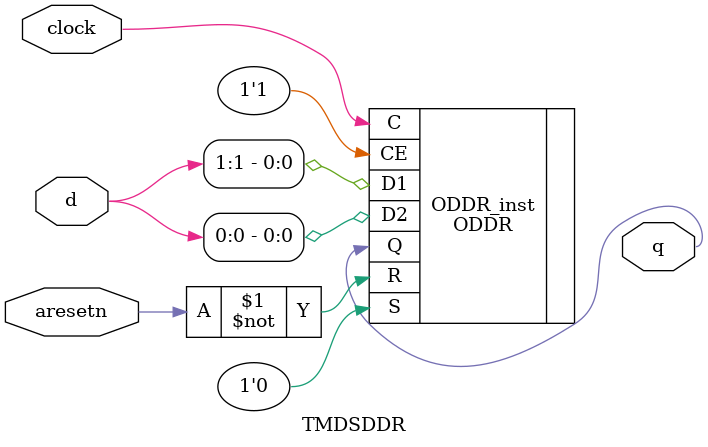
<source format=v>
module TMDSDDR
   (input clock,
    input aresetn,
    input [1:0] d,
    output q);
`ifndef VERILATOR
    ODDR #(
        .DDR_CLK_EDGE("SAME_EDGE"), // "OPPOSITE_EDGE" or "SAME_EDGE" 
        .INIT(1'b0),    // Initial value of Q: 1'b0 or 1'b1
        .SRTYPE("ASYNC") // Set/Reset type: "SYNC" or "ASYNC" 
    ) ODDR_inst (
        .Q(q),   // 1-bit DDR output
        .C(clock),   // 1-bit clock input
        .CE(1'b1), // 1-bit clock enable input
        .D1(d[1]), // 1-bit data input (positive edge)
        .D2(d[0]), // 1-bit data input (negative edge)
        .R(~aresetn),   // 1-bit reset
        .S(1'b0)    // 1-bit set
    );
`endif
endmodule
</source>
